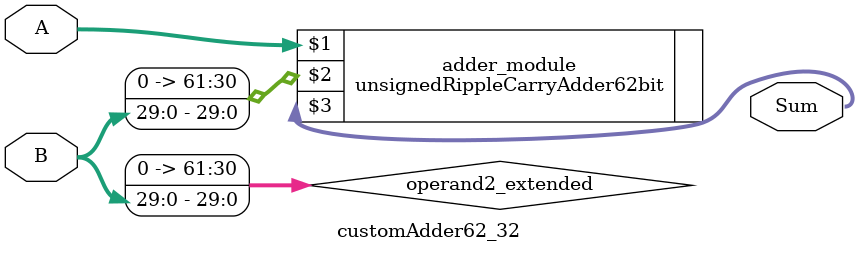
<source format=v>
module customAdder62_32(
                        input [61 : 0] A,
                        input [29 : 0] B,
                        
                        output [62 : 0] Sum
                );

        wire [61 : 0] operand2_extended;
        
        assign operand2_extended =  {32'b0, B};
        
        unsignedRippleCarryAdder62bit adder_module(
            A,
            operand2_extended,
            Sum
        );
        
        endmodule
        
</source>
